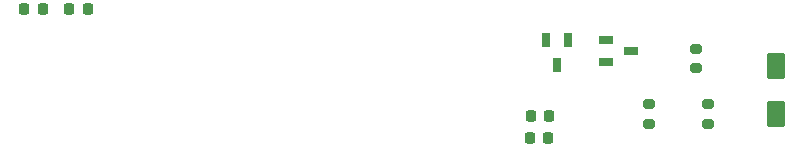
<source format=gtp>
%TF.GenerationSoftware,KiCad,Pcbnew,7.0.6-0*%
%TF.CreationDate,2024-03-05T22:32:30-08:00*%
%TF.ProjectId,New Groundstation,4e657720-4772-46f7-956e-647374617469,rev?*%
%TF.SameCoordinates,Original*%
%TF.FileFunction,Paste,Top*%
%TF.FilePolarity,Positive*%
%FSLAX46Y46*%
G04 Gerber Fmt 4.6, Leading zero omitted, Abs format (unit mm)*
G04 Created by KiCad (PCBNEW 7.0.6-0) date 2024-03-05 22:32:30*
%MOMM*%
%LPD*%
G01*
G04 APERTURE LIST*
G04 Aperture macros list*
%AMRoundRect*
0 Rectangle with rounded corners*
0 $1 Rounding radius*
0 $2 $3 $4 $5 $6 $7 $8 $9 X,Y pos of 4 corners*
0 Add a 4 corners polygon primitive as box body*
4,1,4,$2,$3,$4,$5,$6,$7,$8,$9,$2,$3,0*
0 Add four circle primitives for the rounded corners*
1,1,$1+$1,$2,$3*
1,1,$1+$1,$4,$5*
1,1,$1+$1,$6,$7*
1,1,$1+$1,$8,$9*
0 Add four rect primitives between the rounded corners*
20,1,$1+$1,$2,$3,$4,$5,0*
20,1,$1+$1,$4,$5,$6,$7,0*
20,1,$1+$1,$6,$7,$8,$9,0*
20,1,$1+$1,$8,$9,$2,$3,0*%
G04 Aperture macros list end*
%ADD10RoundRect,0.225000X-0.225000X-0.250000X0.225000X-0.250000X0.225000X0.250000X-0.225000X0.250000X0*%
%ADD11RoundRect,0.042000X-0.258000X0.573000X-0.258000X-0.573000X0.258000X-0.573000X0.258000X0.573000X0*%
%ADD12RoundRect,0.200000X0.275000X-0.200000X0.275000X0.200000X-0.275000X0.200000X-0.275000X-0.200000X0*%
%ADD13RoundRect,0.200000X-0.275000X0.200000X-0.275000X-0.200000X0.275000X-0.200000X0.275000X0.200000X0*%
%ADD14RoundRect,0.225000X0.225000X0.250000X-0.225000X0.250000X-0.225000X-0.250000X0.225000X-0.250000X0*%
%ADD15RoundRect,0.042000X-0.573000X-0.258000X0.573000X-0.258000X0.573000X0.258000X-0.573000X0.258000X0*%
%ADD16RoundRect,0.168300X0.596700X-0.936700X0.596700X0.936700X-0.596700X0.936700X-0.596700X-0.936700X0*%
G04 APERTURE END LIST*
D10*
%TO.C,C3*%
X142543937Y-84582000D03*
X144093937Y-84582000D03*
%TD*%
D11*
%TO.C,Q1*%
X145792937Y-76283000D03*
X143892937Y-76283000D03*
X144842937Y-78403000D03*
%TD*%
D12*
%TO.C,R2*%
X157669937Y-83375000D03*
X157669937Y-81725000D03*
%TD*%
D13*
%TO.C,R1*%
X152619937Y-81725000D03*
X152619937Y-83375000D03*
%TD*%
D10*
%TO.C,C1*%
X99757937Y-73660000D03*
X101307937Y-73660000D03*
%TD*%
D14*
%TO.C,C2*%
X105117937Y-73660000D03*
X103567937Y-73660000D03*
%TD*%
D10*
%TO.C,C4*%
X142607737Y-82702400D03*
X144157737Y-82702400D03*
%TD*%
D15*
%TO.C,Q2*%
X148955937Y-76291114D03*
X148955937Y-78191114D03*
X151075937Y-77241114D03*
%TD*%
D13*
%TO.C,R3*%
X156653937Y-77026000D03*
X156653937Y-78676000D03*
%TD*%
D16*
%TO.C,D2*%
X163384937Y-78468000D03*
X163384937Y-82568000D03*
%TD*%
M02*

</source>
